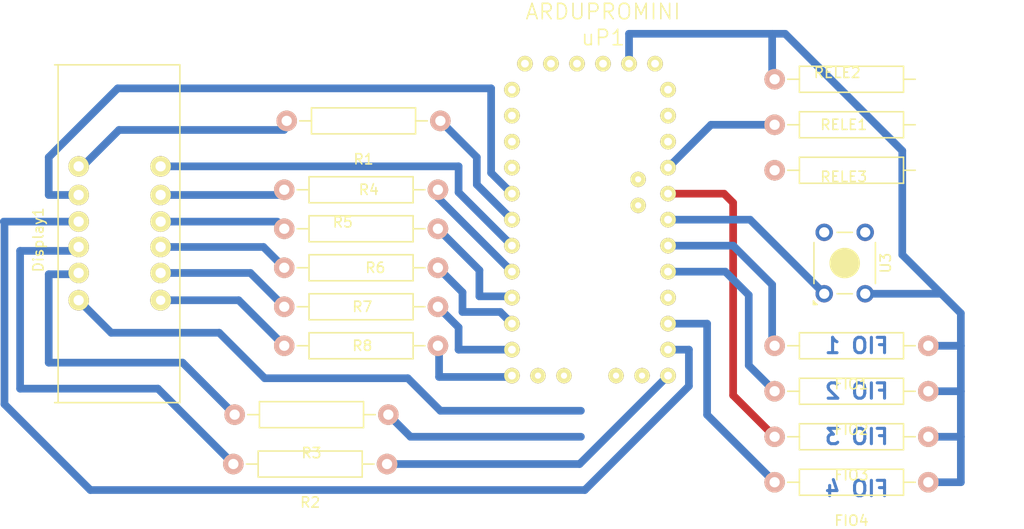
<source format=kicad_pcb>
(kicad_pcb (version 4) (host pcbnew 4.0.1-stable)

  (general
    (links 33)
    (no_connects 3)
    (area 0 0 0 0)
    (thickness 1.6)
    (drawings 17)
    (tracks 106)
    (zones 0)
    (modules 18)
    (nets 47)
  )

  (page A4)
  (layers
    (0 F.Cu signal)
    (31 B.Cu signal)
    (32 B.Adhes user)
    (33 F.Adhes user)
    (34 B.Paste user)
    (35 F.Paste user)
    (36 B.SilkS user)
    (37 F.SilkS user)
    (38 B.Mask user)
    (39 F.Mask user)
    (40 Dwgs.User user)
    (41 Cmts.User user)
    (42 Eco1.User user)
    (43 Eco2.User user)
    (44 Edge.Cuts user)
    (45 Margin user)
    (46 B.CrtYd user)
    (47 F.CrtYd user)
    (48 B.Fab user)
    (49 F.Fab user)
  )

  (setup
    (last_trace_width 0.75)
    (trace_clearance 0.2)
    (zone_clearance 0.508)
    (zone_45_only yes)
    (trace_min 0.2)
    (segment_width 0.2)
    (edge_width 0.15)
    (via_size 0.6)
    (via_drill 0.4)
    (via_min_size 0.4)
    (via_min_drill 0.3)
    (uvia_size 0.3)
    (uvia_drill 0.1)
    (uvias_allowed no)
    (uvia_min_size 0.2)
    (uvia_min_drill 0.1)
    (pcb_text_width 0.3)
    (pcb_text_size 1.5 1.5)
    (mod_edge_width 0.15)
    (mod_text_size 1 1)
    (mod_text_width 0.15)
    (pad_size 2.032 2.032)
    (pad_drill 0.9144)
    (pad_to_mask_clearance 0.2)
    (aux_axis_origin 0 0)
    (visible_elements 7FFFFFFF)
    (pcbplotparams
      (layerselection 0x00030_80000001)
      (usegerberextensions false)
      (excludeedgelayer true)
      (linewidth 0.100000)
      (plotframeref false)
      (viasonmask false)
      (mode 1)
      (useauxorigin false)
      (hpglpennumber 1)
      (hpglpenspeed 20)
      (hpglpendiameter 15)
      (hpglpenoverlay 2)
      (psnegative false)
      (psa4output false)
      (plotreference true)
      (plotvalue true)
      (plotinvisibletext false)
      (padsonsilk false)
      (subtractmaskfromsilk false)
      (outputformat 2)
      (mirror false)
      (drillshape 0)
      (scaleselection 1)
      (outputdirectory ""))
  )

  (net 0 "")
  (net 1 "Net-(Display1-Pad1)")
  (net 2 "Net-(Display1-Pad2)")
  (net 3 "Net-(Display1-Pad3)")
  (net 4 "Net-(Display1-Pad4)")
  (net 5 "Net-(Display1-Pad5)")
  (net 6 "Net-(Display1-Pad6)")
  (net 7 "Net-(Display1-Pad9)")
  (net 8 "Net-(Display1-Pad8)")
  (net 9 "Net-(Display1-Pad12)")
  (net 10 "Net-(Display1-Pad11)")
  (net 11 "Net-(Display1-Pad7)")
  (net 12 "Net-(Display1-Pad10)")
  (net 13 "Net-(R1-Pad1)")
  (net 14 "Net-(R2-Pad1)")
  (net 15 "Net-(R3-Pad1)")
  (net 16 "Net-(R4-Pad2)")
  (net 17 "Net-(R5-Pad2)")
  (net 18 "Net-(R6-Pad2)")
  (net 19 "Net-(R7-Pad2)")
  (net 20 "Net-(R8-Pad2)")
  (net 21 "Net-(U3-Pad4)")
  (net 22 "Net-(U3-Pad2)")
  (net 23 "Net-(U3-Pad1)")
  (net 24 "Net-(uP1-Pad1)")
  (net 25 "Net-(uP1-Pad2)")
  (net 26 "Net-(uP1-Pad3)")
  (net 27 "Net-(uP1-Pad4)")
  (net 28 "Net-(uP1-Pad6)")
  (net 29 "Net-(uP1-Pad7)")
  (net 30 "Net-(uP1-Pad8)")
  (net 31 "Net-(uP1-Pad9)")
  (net 32 +9VA)
  (net 33 "Net-(uP1-Pad20)")
  (net 34 "Net-(uP1-Pad21)")
  (net 35 "Net-(uP1-Pad33)")
  (net 36 "Net-(uP1-Pad34)")
  (net 37 "Net-(FIO1-Pad1)")
  (net 38 "Net-(FIO1-Pad2)")
  (net 39 "Net-(FIO2-Pad2)")
  (net 40 "Net-(FIO3-Pad2)")
  (net 41 "Net-(FIO4-Pad2)")
  (net 42 "Net-(RELE1-Pad2)")
  (net 43 "Net-(RELE3-Pad2)")
  (net 44 "Net-(uP1-Pad10)")
  (net 45 "Net-(uP1-Pad36)")
  (net 46 "Net-(uP1-Pad35)")

  (net_class Default "Esta é a classe de net default."
    (clearance 0.2)
    (trace_width 0.75)
    (via_dia 0.6)
    (via_drill 0.4)
    (uvia_dia 0.3)
    (uvia_drill 0.1)
    (add_net +9VA)
    (add_net "Net-(Display1-Pad1)")
    (add_net "Net-(Display1-Pad10)")
    (add_net "Net-(Display1-Pad11)")
    (add_net "Net-(Display1-Pad12)")
    (add_net "Net-(Display1-Pad2)")
    (add_net "Net-(Display1-Pad3)")
    (add_net "Net-(Display1-Pad4)")
    (add_net "Net-(Display1-Pad5)")
    (add_net "Net-(Display1-Pad6)")
    (add_net "Net-(Display1-Pad7)")
    (add_net "Net-(Display1-Pad8)")
    (add_net "Net-(Display1-Pad9)")
    (add_net "Net-(FIO1-Pad1)")
    (add_net "Net-(FIO1-Pad2)")
    (add_net "Net-(FIO2-Pad2)")
    (add_net "Net-(FIO3-Pad2)")
    (add_net "Net-(FIO4-Pad2)")
    (add_net "Net-(R1-Pad1)")
    (add_net "Net-(R2-Pad1)")
    (add_net "Net-(R3-Pad1)")
    (add_net "Net-(R4-Pad2)")
    (add_net "Net-(R5-Pad2)")
    (add_net "Net-(R6-Pad2)")
    (add_net "Net-(R7-Pad2)")
    (add_net "Net-(R8-Pad2)")
    (add_net "Net-(RELE1-Pad2)")
    (add_net "Net-(RELE3-Pad2)")
    (add_net "Net-(U3-Pad1)")
    (add_net "Net-(U3-Pad2)")
    (add_net "Net-(U3-Pad4)")
    (add_net "Net-(uP1-Pad1)")
    (add_net "Net-(uP1-Pad10)")
    (add_net "Net-(uP1-Pad2)")
    (add_net "Net-(uP1-Pad20)")
    (add_net "Net-(uP1-Pad21)")
    (add_net "Net-(uP1-Pad3)")
    (add_net "Net-(uP1-Pad33)")
    (add_net "Net-(uP1-Pad34)")
    (add_net "Net-(uP1-Pad35)")
    (add_net "Net-(uP1-Pad36)")
    (add_net "Net-(uP1-Pad4)")
    (add_net "Net-(uP1-Pad6)")
    (add_net "Net-(uP1-Pad7)")
    (add_net "Net-(uP1-Pad8)")
    (add_net "Net-(uP1-Pad9)")
  )

  (module Buttons_Switches_ThroughHole:SW_TH_Tactile_Omron_B3F-10xx (layer F.Cu) (tedit 563F14D4) (tstamp 56BA04A9)
    (at 177.8 95.885 90)
    (descr SW_TH_Tactile_Omron_B3F-10xx)
    (tags "Omron B3F-10xx")
    (path /56B77F9A)
    (fp_text reference U3 (at 3 6 90) (layer F.SilkS)
      (effects (font (size 1 1) (thickness 0.15)))
    )
    (fp_text value botao (at 2.95 -2.05 90) (layer F.Fab)
      (effects (font (size 1 1) (thickness 0.15)))
    )
    (fp_line (start -0.95 -1) (end -0.95 -0.9) (layer F.SilkS) (width 0.15))
    (fp_line (start -1.05 -1.05) (end -0.7 -1.05) (layer F.SilkS) (width 0.15))
    (fp_arc (start 0 0) (end -1.05 -0.7) (angle 22.61986495) (layer F.SilkS) (width 0.15))
    (fp_line (start -1.05 -1.05) (end -1.05 -0.7) (layer F.SilkS) (width 0.15))
    (fp_line (start 7.15 -1.15) (end 0.45 -1.15) (layer F.CrtYd) (width 0.05))
    (fp_line (start 7.15 5.15) (end 7.15 -1.15) (layer F.CrtYd) (width 0.05))
    (fp_line (start -1.15 5.15) (end 7.15 5.15) (layer F.CrtYd) (width 0.05))
    (fp_line (start -1.15 0) (end -1.15 5.15) (layer F.CrtYd) (width 0.05))
    (fp_line (start -1.15 -1.15) (end 0.45 -1.15) (layer F.CrtYd) (width 0.05))
    (fp_line (start -1.15 0) (end -1.15 -1.15) (layer F.CrtYd) (width 0.05))
    (fp_circle (center 3 2) (end 4 3) (layer F.SilkS) (width 0.15))
    (fp_line (start 1 5) (end 5 5) (layer F.SilkS) (width 0.15))
    (fp_line (start 1 -1) (end 5 -1) (layer F.SilkS) (width 0.15))
    (fp_line (start 0 2.75) (end 0 1.25) (layer F.SilkS) (width 0.15))
    (fp_line (start 6 1.25) (end 6 2.75) (layer F.SilkS) (width 0.15))
    (fp_line (start 0 2) (end 0 2) (layer F.SilkS) (width 0))
    (fp_line (start 5 5) (end 1 5) (layer F.SilkS) (width 0))
    (fp_line (start 5 -1) (end 1 -1) (layer F.SilkS) (width 0))
    (fp_line (start 6 2) (end 6 2) (layer F.SilkS) (width 0))
    (fp_circle (center 3 2) (end 4 3) (layer F.SilkS) (width 0))
    (pad 4 thru_hole circle (at 6 4 90) (size 1.7 1.7) (drill 1) (layers *.Cu *.Mask)
      (net 21 "Net-(U3-Pad4)"))
    (pad 3 thru_hole circle (at 0 4 90) (size 1.7 1.7) (drill 1) (layers *.Cu *.Mask)
      (net 37 "Net-(FIO1-Pad1)"))
    (pad 2 thru_hole circle (at 6 0 90) (size 1.7 1.7) (drill 1) (layers *.Cu *.Mask)
      (net 22 "Net-(U3-Pad2)"))
    (pad 1 thru_hole circle (at 0 0 90) (size 1.7 1.7) (drill 1) (layers *.Cu *.Mask)
      (net 23 "Net-(U3-Pad1)"))
  )

  (module Resistors_ThroughHole:Resistor_Horizontal_RM15mm (layer F.Cu) (tedit 56BACD2E) (tstamp 56BA04A1)
    (at 187.96 83.82 180)
    (descr "Resistor, Axial, RM 15mm,")
    (tags "Resistor Axial RM 15mm")
    (path /56BA10BA)
    (fp_text reference RELE3 (at 8.255 -0.635 180) (layer F.SilkS)
      (effects (font (size 1 1) (thickness 0.15)))
    )
    (fp_text value R (at 7.5 4.0005 180) (layer F.Fab)
      (effects (font (size 1 1) (thickness 0.15)))
    )
    (fp_line (start -1.25 1.5) (end -1.25 -1.5) (layer F.CrtYd) (width 0.05))
    (fp_line (start -1.25 -1.5) (end 16.25 -1.5) (layer F.CrtYd) (width 0.05))
    (fp_line (start 16.25 -1.5) (end 16.25 1.5) (layer F.CrtYd) (width 0.05))
    (fp_line (start 16.25 1.5) (end -1.25 1.5) (layer F.CrtYd) (width 0.05))
    (fp_line (start 2.42 -1.27) (end 2.42 1.27) (layer F.SilkS) (width 0.15))
    (fp_line (start 2.42 1.27) (end 12.58 1.27) (layer F.SilkS) (width 0.15))
    (fp_line (start 12.58 1.27) (end 12.58 -1.27) (layer F.SilkS) (width 0.15))
    (fp_line (start 12.58 -1.27) (end 2.42 -1.27) (layer F.SilkS) (width 0.15))
    (fp_line (start 13.73 0) (end 12.58 0) (layer F.SilkS) (width 0.15))
    (fp_line (start 1.27 0) (end 2.42 0) (layer F.SilkS) (width 0.15))
    (pad 2 thru_hole circle (at 15 0 180) (size 1.99898 1.99898) (drill 1.00076) (layers *.Cu *.SilkS *.Mask)
      (net 43 "Net-(RELE3-Pad2)"))
    (model Resistors_ThroughHole.3dshapes/Resistor_Horizontal_RM15mm.wrl
      (at (xyz 0 0 0))
      (scale (xyz 0.4 0.4 0.4))
      (rotate (xyz 0 0 0))
    )
  )

  (module Resistors_ThroughHole:Resistor_Horizontal_RM15mm (layer F.Cu) (tedit 56BACD26) (tstamp 56BA049B)
    (at 187.96 74.93 180)
    (descr "Resistor, Axial, RM 15mm,")
    (tags "Resistor Axial RM 15mm")
    (path /56BA1021)
    (fp_text reference RELE2 (at 8.89 0.635 180) (layer F.SilkS)
      (effects (font (size 1 1) (thickness 0.15)))
    )
    (fp_text value R (at 7.5 4.0005 180) (layer F.Fab)
      (effects (font (size 1 1) (thickness 0.15)))
    )
    (fp_line (start -1.25 1.5) (end -1.25 -1.5) (layer F.CrtYd) (width 0.05))
    (fp_line (start -1.25 -1.5) (end 16.25 -1.5) (layer F.CrtYd) (width 0.05))
    (fp_line (start 16.25 -1.5) (end 16.25 1.5) (layer F.CrtYd) (width 0.05))
    (fp_line (start 16.25 1.5) (end -1.25 1.5) (layer F.CrtYd) (width 0.05))
    (fp_line (start 2.42 -1.27) (end 2.42 1.27) (layer F.SilkS) (width 0.15))
    (fp_line (start 2.42 1.27) (end 12.58 1.27) (layer F.SilkS) (width 0.15))
    (fp_line (start 12.58 1.27) (end 12.58 -1.27) (layer F.SilkS) (width 0.15))
    (fp_line (start 12.58 -1.27) (end 2.42 -1.27) (layer F.SilkS) (width 0.15))
    (fp_line (start 13.73 0) (end 12.58 0) (layer F.SilkS) (width 0.15))
    (fp_line (start 1.27 0) (end 2.42 0) (layer F.SilkS) (width 0.15))
    (pad 2 thru_hole circle (at 15 0 180) (size 1.99898 1.99898) (drill 1.00076) (layers *.Cu *.SilkS *.Mask)
      (net 37 "Net-(FIO1-Pad1)"))
    (model Resistors_ThroughHole.3dshapes/Resistor_Horizontal_RM15mm.wrl
      (at (xyz 0 0 0))
      (scale (xyz 0.4 0.4 0.4))
      (rotate (xyz 0 0 0))
    )
  )

  (module Resistors_ThroughHole:Resistor_Horizontal_RM15mm (layer F.Cu) (tedit 56BACD2A) (tstamp 56BA0495)
    (at 187.96 79.375 180)
    (descr "Resistor, Axial, RM 15mm,")
    (tags "Resistor Axial RM 15mm")
    (path /56BA0F4B)
    (fp_text reference RELE1 (at 8.255 0 180) (layer F.SilkS)
      (effects (font (size 1 1) (thickness 0.15)))
    )
    (fp_text value R (at 7.5 4.0005 180) (layer F.Fab)
      (effects (font (size 1 1) (thickness 0.15)))
    )
    (fp_line (start -1.25 1.5) (end -1.25 -1.5) (layer F.CrtYd) (width 0.05))
    (fp_line (start -1.25 -1.5) (end 16.25 -1.5) (layer F.CrtYd) (width 0.05))
    (fp_line (start 16.25 -1.5) (end 16.25 1.5) (layer F.CrtYd) (width 0.05))
    (fp_line (start 16.25 1.5) (end -1.25 1.5) (layer F.CrtYd) (width 0.05))
    (fp_line (start 2.42 -1.27) (end 2.42 1.27) (layer F.SilkS) (width 0.15))
    (fp_line (start 2.42 1.27) (end 12.58 1.27) (layer F.SilkS) (width 0.15))
    (fp_line (start 12.58 1.27) (end 12.58 -1.27) (layer F.SilkS) (width 0.15))
    (fp_line (start 12.58 -1.27) (end 2.42 -1.27) (layer F.SilkS) (width 0.15))
    (fp_line (start 13.73 0) (end 12.58 0) (layer F.SilkS) (width 0.15))
    (fp_line (start 1.27 0) (end 2.42 0) (layer F.SilkS) (width 0.15))
    (pad 2 thru_hole circle (at 15 0 180) (size 1.99898 1.99898) (drill 1.00076) (layers *.Cu *.SilkS *.Mask)
      (net 42 "Net-(RELE1-Pad2)"))
    (model Resistors_ThroughHole.3dshapes/Resistor_Horizontal_RM15mm.wrl
      (at (xyz 0 0 0))
      (scale (xyz 0.4 0.4 0.4))
      (rotate (xyz 0 0 0))
    )
  )

  (module Resistors_ThroughHole:Resistor_Horizontal_RM15mm (layer F.Cu) (tedit 569FCEE8) (tstamp 56B8E9A4)
    (at 187.96 114.3 180)
    (descr "Resistor, Axial, RM 15mm,")
    (tags "Resistor Axial RM 15mm")
    (path /56B8E7DC)
    (fp_text reference FIO4 (at 7.5 -3.74904 180) (layer F.SilkS)
      (effects (font (size 1 1) (thickness 0.15)))
    )
    (fp_text value R (at 7.5 4.0005 180) (layer F.Fab)
      (effects (font (size 1 1) (thickness 0.15)))
    )
    (fp_line (start -1.25 1.5) (end -1.25 -1.5) (layer F.CrtYd) (width 0.05))
    (fp_line (start -1.25 -1.5) (end 16.25 -1.5) (layer F.CrtYd) (width 0.05))
    (fp_line (start 16.25 -1.5) (end 16.25 1.5) (layer F.CrtYd) (width 0.05))
    (fp_line (start 16.25 1.5) (end -1.25 1.5) (layer F.CrtYd) (width 0.05))
    (fp_line (start 2.42 -1.27) (end 2.42 1.27) (layer F.SilkS) (width 0.15))
    (fp_line (start 2.42 1.27) (end 12.58 1.27) (layer F.SilkS) (width 0.15))
    (fp_line (start 12.58 1.27) (end 12.58 -1.27) (layer F.SilkS) (width 0.15))
    (fp_line (start 12.58 -1.27) (end 2.42 -1.27) (layer F.SilkS) (width 0.15))
    (fp_line (start 13.73 0) (end 12.58 0) (layer F.SilkS) (width 0.15))
    (fp_line (start 1.27 0) (end 2.42 0) (layer F.SilkS) (width 0.15))
    (pad 1 thru_hole circle (at 0 0 180) (size 1.99898 1.99898) (drill 1.00076) (layers *.Cu *.SilkS *.Mask)
      (net 37 "Net-(FIO1-Pad1)"))
    (pad 2 thru_hole circle (at 15 0 180) (size 1.99898 1.99898) (drill 1.00076) (layers *.Cu *.SilkS *.Mask)
      (net 41 "Net-(FIO4-Pad2)"))
    (model Resistors_ThroughHole.3dshapes/Resistor_Horizontal_RM15mm.wrl
      (at (xyz 0 0 0))
      (scale (xyz 0.4 0.4 0.4))
      (rotate (xyz 0 0 0))
    )
  )

  (module Resistors_ThroughHole:Resistor_Horizontal_RM15mm (layer F.Cu) (tedit 569FCEE8) (tstamp 56B8E99E)
    (at 187.96 109.855 180)
    (descr "Resistor, Axial, RM 15mm,")
    (tags "Resistor Axial RM 15mm")
    (path /56B8CAE5)
    (fp_text reference FIO3 (at 7.5 -3.74904 180) (layer F.SilkS)
      (effects (font (size 1 1) (thickness 0.15)))
    )
    (fp_text value R (at 7.5 4.0005 180) (layer F.Fab)
      (effects (font (size 1 1) (thickness 0.15)))
    )
    (fp_line (start -1.25 1.5) (end -1.25 -1.5) (layer F.CrtYd) (width 0.05))
    (fp_line (start -1.25 -1.5) (end 16.25 -1.5) (layer F.CrtYd) (width 0.05))
    (fp_line (start 16.25 -1.5) (end 16.25 1.5) (layer F.CrtYd) (width 0.05))
    (fp_line (start 16.25 1.5) (end -1.25 1.5) (layer F.CrtYd) (width 0.05))
    (fp_line (start 2.42 -1.27) (end 2.42 1.27) (layer F.SilkS) (width 0.15))
    (fp_line (start 2.42 1.27) (end 12.58 1.27) (layer F.SilkS) (width 0.15))
    (fp_line (start 12.58 1.27) (end 12.58 -1.27) (layer F.SilkS) (width 0.15))
    (fp_line (start 12.58 -1.27) (end 2.42 -1.27) (layer F.SilkS) (width 0.15))
    (fp_line (start 13.73 0) (end 12.58 0) (layer F.SilkS) (width 0.15))
    (fp_line (start 1.27 0) (end 2.42 0) (layer F.SilkS) (width 0.15))
    (pad 1 thru_hole circle (at 0 0 180) (size 1.99898 1.99898) (drill 1.00076) (layers *.Cu *.SilkS *.Mask)
      (net 37 "Net-(FIO1-Pad1)"))
    (pad 2 thru_hole circle (at 15 0 180) (size 1.99898 1.99898) (drill 1.00076) (layers *.Cu *.SilkS *.Mask)
      (net 40 "Net-(FIO3-Pad2)"))
    (model Resistors_ThroughHole.3dshapes/Resistor_Horizontal_RM15mm.wrl
      (at (xyz 0 0 0))
      (scale (xyz 0.4 0.4 0.4))
      (rotate (xyz 0 0 0))
    )
  )

  (module Resistors_ThroughHole:Resistor_Horizontal_RM15mm (layer F.Cu) (tedit 569FCEE8) (tstamp 56B8E998)
    (at 187.96 105.41 180)
    (descr "Resistor, Axial, RM 15mm,")
    (tags "Resistor Axial RM 15mm")
    (path /56B8C8B9)
    (fp_text reference FIO2 (at 7.5 -3.74904 180) (layer F.SilkS)
      (effects (font (size 1 1) (thickness 0.15)))
    )
    (fp_text value R (at 7.5 4.0005 180) (layer F.Fab)
      (effects (font (size 1 1) (thickness 0.15)))
    )
    (fp_line (start -1.25 1.5) (end -1.25 -1.5) (layer F.CrtYd) (width 0.05))
    (fp_line (start -1.25 -1.5) (end 16.25 -1.5) (layer F.CrtYd) (width 0.05))
    (fp_line (start 16.25 -1.5) (end 16.25 1.5) (layer F.CrtYd) (width 0.05))
    (fp_line (start 16.25 1.5) (end -1.25 1.5) (layer F.CrtYd) (width 0.05))
    (fp_line (start 2.42 -1.27) (end 2.42 1.27) (layer F.SilkS) (width 0.15))
    (fp_line (start 2.42 1.27) (end 12.58 1.27) (layer F.SilkS) (width 0.15))
    (fp_line (start 12.58 1.27) (end 12.58 -1.27) (layer F.SilkS) (width 0.15))
    (fp_line (start 12.58 -1.27) (end 2.42 -1.27) (layer F.SilkS) (width 0.15))
    (fp_line (start 13.73 0) (end 12.58 0) (layer F.SilkS) (width 0.15))
    (fp_line (start 1.27 0) (end 2.42 0) (layer F.SilkS) (width 0.15))
    (pad 1 thru_hole circle (at 0 0 180) (size 1.99898 1.99898) (drill 1.00076) (layers *.Cu *.SilkS *.Mask)
      (net 37 "Net-(FIO1-Pad1)"))
    (pad 2 thru_hole circle (at 15 0 180) (size 1.99898 1.99898) (drill 1.00076) (layers *.Cu *.SilkS *.Mask)
      (net 39 "Net-(FIO2-Pad2)"))
    (model Resistors_ThroughHole.3dshapes/Resistor_Horizontal_RM15mm.wrl
      (at (xyz 0 0 0))
      (scale (xyz 0.4 0.4 0.4))
      (rotate (xyz 0 0 0))
    )
  )

  (module Resistors_ThroughHole:Resistor_Horizontal_RM15mm (layer F.Cu) (tedit 569FCEE8) (tstamp 56B8E992)
    (at 187.96 100.965 180)
    (descr "Resistor, Axial, RM 15mm,")
    (tags "Resistor Axial RM 15mm")
    (path /56B8CB49)
    (fp_text reference FIO1 (at 7.5 -3.74904 180) (layer F.SilkS)
      (effects (font (size 1 1) (thickness 0.15)))
    )
    (fp_text value R (at 7.5 4.0005 180) (layer F.Fab)
      (effects (font (size 1 1) (thickness 0.15)))
    )
    (fp_line (start -1.25 1.5) (end -1.25 -1.5) (layer F.CrtYd) (width 0.05))
    (fp_line (start -1.25 -1.5) (end 16.25 -1.5) (layer F.CrtYd) (width 0.05))
    (fp_line (start 16.25 -1.5) (end 16.25 1.5) (layer F.CrtYd) (width 0.05))
    (fp_line (start 16.25 1.5) (end -1.25 1.5) (layer F.CrtYd) (width 0.05))
    (fp_line (start 2.42 -1.27) (end 2.42 1.27) (layer F.SilkS) (width 0.15))
    (fp_line (start 2.42 1.27) (end 12.58 1.27) (layer F.SilkS) (width 0.15))
    (fp_line (start 12.58 1.27) (end 12.58 -1.27) (layer F.SilkS) (width 0.15))
    (fp_line (start 12.58 -1.27) (end 2.42 -1.27) (layer F.SilkS) (width 0.15))
    (fp_line (start 13.73 0) (end 12.58 0) (layer F.SilkS) (width 0.15))
    (fp_line (start 1.27 0) (end 2.42 0) (layer F.SilkS) (width 0.15))
    (pad 1 thru_hole circle (at 0 0 180) (size 1.99898 1.99898) (drill 1.00076) (layers *.Cu *.SilkS *.Mask)
      (net 37 "Net-(FIO1-Pad1)"))
    (pad 2 thru_hole circle (at 15 0 180) (size 1.99898 1.99898) (drill 1.00076) (layers *.Cu *.SilkS *.Mask)
      (net 38 "Net-(FIO1-Pad2)"))
    (model Resistors_ThroughHole.3dshapes/Resistor_Horizontal_RM15mm.wrl
      (at (xyz 0 0 0))
      (scale (xyz 0.4 0.4 0.4))
      (rotate (xyz 0 0 0))
    )
  )

  (module Resistors_ThroughHole:Resistor_Horizontal_RM15mm (layer F.Cu) (tedit 56BAACF2) (tstamp 56B8A42D)
    (at 125.095 93.345)
    (descr "Resistor, Axial, RM 15mm,")
    (tags "Resistor Axial RM 15mm")
    (path /56B77B1E)
    (fp_text reference R6 (at 8.89 0) (layer F.SilkS)
      (effects (font (size 1 1) (thickness 0.15)))
    )
    (fp_text value 330 (at 7.5 4.0005) (layer F.Fab)
      (effects (font (size 1 1) (thickness 0.15)))
    )
    (fp_line (start -1.25 1.5) (end -1.25 -1.5) (layer F.CrtYd) (width 0.05))
    (fp_line (start -1.25 -1.5) (end 16.25 -1.5) (layer F.CrtYd) (width 0.05))
    (fp_line (start 16.25 -1.5) (end 16.25 1.5) (layer F.CrtYd) (width 0.05))
    (fp_line (start 16.25 1.5) (end -1.25 1.5) (layer F.CrtYd) (width 0.05))
    (fp_line (start 2.42 -1.27) (end 2.42 1.27) (layer F.SilkS) (width 0.15))
    (fp_line (start 2.42 1.27) (end 12.58 1.27) (layer F.SilkS) (width 0.15))
    (fp_line (start 12.58 1.27) (end 12.58 -1.27) (layer F.SilkS) (width 0.15))
    (fp_line (start 12.58 -1.27) (end 2.42 -1.27) (layer F.SilkS) (width 0.15))
    (fp_line (start 13.73 0) (end 12.58 0) (layer F.SilkS) (width 0.15))
    (fp_line (start 1.27 0) (end 2.42 0) (layer F.SilkS) (width 0.15))
    (pad 1 thru_hole circle (at 0 0) (size 1.99898 1.99898) (drill 1.00076) (layers *.Cu *.SilkS *.Mask)
      (net 3 "Net-(Display1-Pad3)"))
    (pad 2 thru_hole circle (at 15 0) (size 1.99898 1.99898) (drill 1.00076) (layers *.Cu *.SilkS *.Mask)
      (net 18 "Net-(R6-Pad2)"))
    (model Resistors_ThroughHole.3dshapes/Resistor_Horizontal_RM15mm.wrl
      (at (xyz 0 0 0))
      (scale (xyz 0.4 0.4 0.4))
      (rotate (xyz 0 0 0))
    )
  )

  (module Resistors_ThroughHole:Resistor_Horizontal_RM15mm (layer F.Cu) (tedit 56BAADBB) (tstamp 56B8A427)
    (at 125.095 89.535)
    (descr "Resistor, Axial, RM 15mm,")
    (tags "Resistor Axial RM 15mm")
    (path /56B77B24)
    (fp_text reference R5 (at 5.715 -0.635) (layer F.SilkS)
      (effects (font (size 1 1) (thickness 0.15)))
    )
    (fp_text value 330 (at 9.525 0) (layer F.Fab)
      (effects (font (size 1 1) (thickness 0.15)))
    )
    (fp_line (start -1.25 1.5) (end -1.25 -1.5) (layer F.CrtYd) (width 0.05))
    (fp_line (start -1.25 -1.5) (end 16.25 -1.5) (layer F.CrtYd) (width 0.05))
    (fp_line (start 16.25 -1.5) (end 16.25 1.5) (layer F.CrtYd) (width 0.05))
    (fp_line (start 16.25 1.5) (end -1.25 1.5) (layer F.CrtYd) (width 0.05))
    (fp_line (start 2.42 -1.27) (end 2.42 1.27) (layer F.SilkS) (width 0.15))
    (fp_line (start 2.42 1.27) (end 12.58 1.27) (layer F.SilkS) (width 0.15))
    (fp_line (start 12.58 1.27) (end 12.58 -1.27) (layer F.SilkS) (width 0.15))
    (fp_line (start 12.58 -1.27) (end 2.42 -1.27) (layer F.SilkS) (width 0.15))
    (fp_line (start 13.73 0) (end 12.58 0) (layer F.SilkS) (width 0.15))
    (fp_line (start 1.27 0) (end 2.42 0) (layer F.SilkS) (width 0.15))
    (pad 1 thru_hole circle (at 0 0) (size 1.99898 1.99898) (drill 1.00076) (layers *.Cu *.SilkS *.Mask)
      (net 4 "Net-(Display1-Pad4)"))
    (pad 2 thru_hole circle (at 15 0) (size 1.99898 1.99898) (drill 1.00076) (layers *.Cu *.SilkS *.Mask)
      (net 17 "Net-(R5-Pad2)"))
    (model Resistors_ThroughHole.3dshapes/Resistor_Horizontal_RM15mm.wrl
      (at (xyz 0 0 0))
      (scale (xyz 0.4 0.4 0.4))
      (rotate (xyz 0 0 0))
    )
  )

  (module Resistors_ThroughHole:Resistor_Horizontal_RM15mm (layer F.Cu) (tedit 56BAADC2) (tstamp 56B8A421)
    (at 125.095 85.725)
    (descr "Resistor, Axial, RM 15mm,")
    (tags "Resistor Axial RM 15mm")
    (path /56B77B67)
    (fp_text reference R4 (at 8.255 0) (layer F.SilkS)
      (effects (font (size 1 1) (thickness 0.15)))
    )
    (fp_text value 330 (at 7.62 0) (layer F.Fab)
      (effects (font (size 1 1) (thickness 0.15)))
    )
    (fp_line (start -1.25 1.5) (end -1.25 -1.5) (layer F.CrtYd) (width 0.05))
    (fp_line (start -1.25 -1.5) (end 16.25 -1.5) (layer F.CrtYd) (width 0.05))
    (fp_line (start 16.25 -1.5) (end 16.25 1.5) (layer F.CrtYd) (width 0.05))
    (fp_line (start 16.25 1.5) (end -1.25 1.5) (layer F.CrtYd) (width 0.05))
    (fp_line (start 2.42 -1.27) (end 2.42 1.27) (layer F.SilkS) (width 0.15))
    (fp_line (start 2.42 1.27) (end 12.58 1.27) (layer F.SilkS) (width 0.15))
    (fp_line (start 12.58 1.27) (end 12.58 -1.27) (layer F.SilkS) (width 0.15))
    (fp_line (start 12.58 -1.27) (end 2.42 -1.27) (layer F.SilkS) (width 0.15))
    (fp_line (start 13.73 0) (end 12.58 0) (layer F.SilkS) (width 0.15))
    (fp_line (start 1.27 0) (end 2.42 0) (layer F.SilkS) (width 0.15))
    (pad 1 thru_hole circle (at 0 0) (size 1.99898 1.99898) (drill 1.00076) (layers *.Cu *.SilkS *.Mask)
      (net 5 "Net-(Display1-Pad5)"))
    (pad 2 thru_hole circle (at 15 0) (size 1.99898 1.99898) (drill 1.00076) (layers *.Cu *.SilkS *.Mask)
      (net 16 "Net-(R4-Pad2)"))
    (model Resistors_ThroughHole.3dshapes/Resistor_Horizontal_RM15mm.wrl
      (at (xyz 0 0 0))
      (scale (xyz 0.4 0.4 0.4))
      (rotate (xyz 0 0 0))
    )
  )

  (module Resistors_ThroughHole:Resistor_Horizontal_RM15mm (layer F.Cu) (tedit 56BAADB1) (tstamp 56B8A433)
    (at 125.095 97.155)
    (descr "Resistor, Axial, RM 15mm,")
    (tags "Resistor Axial RM 15mm")
    (path /56B77A22)
    (fp_text reference R7 (at 7.62 0) (layer F.SilkS)
      (effects (font (size 1 1) (thickness 0.15)))
    )
    (fp_text value 330 (at 7.5 4.0005) (layer F.Fab)
      (effects (font (size 1 1) (thickness 0.15)))
    )
    (fp_line (start -1.25 1.5) (end -1.25 -1.5) (layer F.CrtYd) (width 0.05))
    (fp_line (start -1.25 -1.5) (end 16.25 -1.5) (layer F.CrtYd) (width 0.05))
    (fp_line (start 16.25 -1.5) (end 16.25 1.5) (layer F.CrtYd) (width 0.05))
    (fp_line (start 16.25 1.5) (end -1.25 1.5) (layer F.CrtYd) (width 0.05))
    (fp_line (start 2.42 -1.27) (end 2.42 1.27) (layer F.SilkS) (width 0.15))
    (fp_line (start 2.42 1.27) (end 12.58 1.27) (layer F.SilkS) (width 0.15))
    (fp_line (start 12.58 1.27) (end 12.58 -1.27) (layer F.SilkS) (width 0.15))
    (fp_line (start 12.58 -1.27) (end 2.42 -1.27) (layer F.SilkS) (width 0.15))
    (fp_line (start 13.73 0) (end 12.58 0) (layer F.SilkS) (width 0.15))
    (fp_line (start 1.27 0) (end 2.42 0) (layer F.SilkS) (width 0.15))
    (pad 1 thru_hole circle (at 0 0) (size 1.99898 1.99898) (drill 1.00076) (layers *.Cu *.SilkS *.Mask)
      (net 2 "Net-(Display1-Pad2)"))
    (pad 2 thru_hole circle (at 15 0) (size 1.99898 1.99898) (drill 1.00076) (layers *.Cu *.SilkS *.Mask)
      (net 19 "Net-(R7-Pad2)"))
    (model Resistors_ThroughHole.3dshapes/Resistor_Horizontal_RM15mm.wrl
      (at (xyz 0 0 0))
      (scale (xyz 0.4 0.4 0.4))
      (rotate (xyz 0 0 0))
    )
  )

  (module Resistors_ThroughHole:Resistor_Horizontal_RM15mm (layer F.Cu) (tedit 56BAADCC) (tstamp 56B8A439)
    (at 125.095 100.965)
    (descr "Resistor, Axial, RM 15mm,")
    (tags "Resistor Axial RM 15mm")
    (path /56B778A4)
    (fp_text reference R8 (at 7.62 0) (layer F.SilkS)
      (effects (font (size 1 1) (thickness 0.15)))
    )
    (fp_text value 330 (at 4.445 0) (layer F.Fab)
      (effects (font (size 1 1) (thickness 0.15)))
    )
    (fp_line (start -1.25 1.5) (end -1.25 -1.5) (layer F.CrtYd) (width 0.05))
    (fp_line (start -1.25 -1.5) (end 16.25 -1.5) (layer F.CrtYd) (width 0.05))
    (fp_line (start 16.25 -1.5) (end 16.25 1.5) (layer F.CrtYd) (width 0.05))
    (fp_line (start 16.25 1.5) (end -1.25 1.5) (layer F.CrtYd) (width 0.05))
    (fp_line (start 2.42 -1.27) (end 2.42 1.27) (layer F.SilkS) (width 0.15))
    (fp_line (start 2.42 1.27) (end 12.58 1.27) (layer F.SilkS) (width 0.15))
    (fp_line (start 12.58 1.27) (end 12.58 -1.27) (layer F.SilkS) (width 0.15))
    (fp_line (start 12.58 -1.27) (end 2.42 -1.27) (layer F.SilkS) (width 0.15))
    (fp_line (start 13.73 0) (end 12.58 0) (layer F.SilkS) (width 0.15))
    (fp_line (start 1.27 0) (end 2.42 0) (layer F.SilkS) (width 0.15))
    (pad 1 thru_hole circle (at 0 0) (size 1.99898 1.99898) (drill 1.00076) (layers *.Cu *.SilkS *.Mask)
      (net 1 "Net-(Display1-Pad1)"))
    (pad 2 thru_hole circle (at 15 0) (size 1.99898 1.99898) (drill 1.00076) (layers *.Cu *.SilkS *.Mask)
      (net 20 "Net-(R8-Pad2)"))
    (model Resistors_ThroughHole.3dshapes/Resistor_Horizontal_RM15mm.wrl
      (at (xyz 0 0 0))
      (scale (xyz 0.4 0.4 0.4))
      (rotate (xyz 0 0 0))
    )
  )

  (module Resistors_ThroughHole:Resistor_Horizontal_RM15mm (layer F.Cu) (tedit 56BAAFC1) (tstamp 56B8A40F)
    (at 140.335 78.994 180)
    (descr "Resistor, Axial, RM 15mm,")
    (tags "Resistor Axial RM 15mm")
    (path /56B7A02F)
    (fp_text reference R1 (at 7.5 -3.74904 180) (layer F.SilkS)
      (effects (font (size 1 1) (thickness 0.15)))
    )
    (fp_text value 330 (at 7.493 0 180) (layer F.Fab)
      (effects (font (size 1 1) (thickness 0.15)))
    )
    (fp_line (start -1.25 1.5) (end -1.25 -1.5) (layer F.CrtYd) (width 0.05))
    (fp_line (start -1.25 -1.5) (end 16.25 -1.5) (layer F.CrtYd) (width 0.05))
    (fp_line (start 16.25 -1.5) (end 16.25 1.5) (layer F.CrtYd) (width 0.05))
    (fp_line (start 16.25 1.5) (end -1.25 1.5) (layer F.CrtYd) (width 0.05))
    (fp_line (start 2.42 -1.27) (end 2.42 1.27) (layer F.SilkS) (width 0.15))
    (fp_line (start 2.42 1.27) (end 12.58 1.27) (layer F.SilkS) (width 0.15))
    (fp_line (start 12.58 1.27) (end 12.58 -1.27) (layer F.SilkS) (width 0.15))
    (fp_line (start 12.58 -1.27) (end 2.42 -1.27) (layer F.SilkS) (width 0.15))
    (fp_line (start 13.73 0) (end 12.58 0) (layer F.SilkS) (width 0.15))
    (fp_line (start 1.27 0) (end 2.42 0) (layer F.SilkS) (width 0.15))
    (pad 1 thru_hole circle (at 0 0 180) (size 1.99898 1.99898) (drill 1.00076) (layers *.Cu *.SilkS *.Mask)
      (net 13 "Net-(R1-Pad1)"))
    (pad 2 thru_hole circle (at 15 0 180) (size 1.99898 1.99898) (drill 1.00076) (layers *.Cu *.SilkS *.Mask)
      (net 11 "Net-(Display1-Pad7)"))
    (model Resistors_ThroughHole.3dshapes/Resistor_Horizontal_RM15mm.wrl
      (at (xyz 0 0 0))
      (scale (xyz 0.4 0.4 0.4))
      (rotate (xyz 0 0 0))
    )
  )

  (module Resistors_ThroughHole:Resistor_Horizontal_RM15mm (layer F.Cu) (tedit 56BAB43C) (tstamp 56B8A41B)
    (at 135.255 107.696 180)
    (descr "Resistor, Axial, RM 15mm,")
    (tags "Resistor Axial RM 15mm")
    (path /56B7A023)
    (fp_text reference R3 (at 7.5 -3.74904 180) (layer F.SilkS)
      (effects (font (size 1 1) (thickness 0.15)))
    )
    (fp_text value 330 (at 5.08 0 180) (layer F.Fab)
      (effects (font (size 1 1) (thickness 0.15)))
    )
    (fp_line (start -1.25 1.5) (end -1.25 -1.5) (layer F.CrtYd) (width 0.05))
    (fp_line (start -1.25 -1.5) (end 16.25 -1.5) (layer F.CrtYd) (width 0.05))
    (fp_line (start 16.25 -1.5) (end 16.25 1.5) (layer F.CrtYd) (width 0.05))
    (fp_line (start 16.25 1.5) (end -1.25 1.5) (layer F.CrtYd) (width 0.05))
    (fp_line (start 2.42 -1.27) (end 2.42 1.27) (layer F.SilkS) (width 0.15))
    (fp_line (start 2.42 1.27) (end 12.58 1.27) (layer F.SilkS) (width 0.15))
    (fp_line (start 12.58 1.27) (end 12.58 -1.27) (layer F.SilkS) (width 0.15))
    (fp_line (start 12.58 -1.27) (end 2.42 -1.27) (layer F.SilkS) (width 0.15))
    (fp_line (start 13.73 0) (end 12.58 0) (layer F.SilkS) (width 0.15))
    (fp_line (start 1.27 0) (end 2.42 0) (layer F.SilkS) (width 0.15))
    (pad 1 thru_hole circle (at 0 0 180) (size 1.99898 1.99898) (drill 1.00076) (layers *.Cu *.SilkS *.Mask)
      (net 15 "Net-(R3-Pad1)"))
    (pad 2 thru_hole circle (at 15 0 180) (size 1.99898 1.99898) (drill 1.00076) (layers *.Cu *.SilkS *.Mask)
      (net 10 "Net-(Display1-Pad11)"))
    (model Resistors_ThroughHole.3dshapes/Resistor_Horizontal_RM15mm.wrl
      (at (xyz 0 0 0))
      (scale (xyz 0.4 0.4 0.4))
      (rotate (xyz 0 0 0))
    )
  )

  (module Resistors_ThroughHole:Resistor_Horizontal_RM15mm (layer F.Cu) (tedit 569FCEE8) (tstamp 56B8A415)
    (at 135.128 112.522 180)
    (descr "Resistor, Axial, RM 15mm,")
    (tags "Resistor Axial RM 15mm")
    (path /56B7A029)
    (fp_text reference R2 (at 7.5 -3.74904 180) (layer F.SilkS)
      (effects (font (size 1 1) (thickness 0.15)))
    )
    (fp_text value 330 (at 7.5 4.0005 180) (layer F.Fab)
      (effects (font (size 1 1) (thickness 0.15)))
    )
    (fp_line (start -1.25 1.5) (end -1.25 -1.5) (layer F.CrtYd) (width 0.05))
    (fp_line (start -1.25 -1.5) (end 16.25 -1.5) (layer F.CrtYd) (width 0.05))
    (fp_line (start 16.25 -1.5) (end 16.25 1.5) (layer F.CrtYd) (width 0.05))
    (fp_line (start 16.25 1.5) (end -1.25 1.5) (layer F.CrtYd) (width 0.05))
    (fp_line (start 2.42 -1.27) (end 2.42 1.27) (layer F.SilkS) (width 0.15))
    (fp_line (start 2.42 1.27) (end 12.58 1.27) (layer F.SilkS) (width 0.15))
    (fp_line (start 12.58 1.27) (end 12.58 -1.27) (layer F.SilkS) (width 0.15))
    (fp_line (start 12.58 -1.27) (end 2.42 -1.27) (layer F.SilkS) (width 0.15))
    (fp_line (start 13.73 0) (end 12.58 0) (layer F.SilkS) (width 0.15))
    (fp_line (start 1.27 0) (end 2.42 0) (layer F.SilkS) (width 0.15))
    (pad 1 thru_hole circle (at 0 0 180) (size 1.99898 1.99898) (drill 1.00076) (layers *.Cu *.SilkS *.Mask)
      (net 14 "Net-(R2-Pad1)"))
    (pad 2 thru_hole circle (at 15 0 180) (size 1.99898 1.99898) (drill 1.00076) (layers *.Cu *.SilkS *.Mask)
      (net 12 "Net-(Display1-Pad10)"))
    (model Resistors_ThroughHole.3dshapes/Resistor_Horizontal_RM15mm.wrl
      (at (xyz 0 0 0))
      (scale (xyz 0.4 0.4 0.4))
      (rotate (xyz 0 0 0))
    )
  )

  (module display:Cx56-12-samuel (layer F.Cu) (tedit 56BAA8EB) (tstamp 56B8A409)
    (at 113.03 96.52 90)
    (descr "4x7-segments, 14 mm, Kingbright CA56-12 and CC56-12 displays")
    (tags "7-segments display")
    (path /56B776D1)
    (fp_text reference Display1 (at 5.9055 -11.938 90) (layer F.SilkS)
      (effects (font (size 1 1) (thickness 0.15)))
    )
    (fp_text value CA56-12 (at 6.35 3.38 90) (layer F.Fab)
      (effects (font (size 1 1) (thickness 0.15)))
    )
    (fp_line (start 23 2.15) (end -10 2.15) (layer F.CrtYd) (width 0.05))
    (fp_line (start 23.15 -10.35) (end 23.15 2.15) (layer F.CrtYd) (width 0.05))
    (fp_line (start -10 -10.238) (end 23 -10.238) (layer F.CrtYd) (width 0.05))
    (fp_line (start -10.15 2.15) (end -10.15 -10.35) (layer F.CrtYd) (width 0.05))
    (fp_line (start 23 1.88) (end -10 1.88) (layer F.SilkS) (width 0.15))
    (fp_line (start -10 1.88) (end -10 -10.35) (layer F.SilkS) (width 0.15))
    (fp_line (start -10 -10.008) (end 23 -10.008) (layer F.SilkS) (width 0.15))
    (fp_line (start 23 -10.35) (end 23 1.88) (layer F.SilkS) (width 0.15))
    (pad 1 thru_hole oval (at 0 0 90) (size 2.032 2.032) (drill 0.9144) (layers *.Cu *.Mask F.SilkS)
      (net 1 "Net-(Display1-Pad1)"))
    (pad 2 thru_hole circle (at 2.667 0 90) (size 2 2) (drill 1) (layers *.Cu *.Mask F.SilkS)
      (net 2 "Net-(Display1-Pad2)"))
    (pad 3 thru_hole circle (at 5.207 0 90) (size 2 2) (drill 1) (layers *.Cu *.Mask F.SilkS)
      (net 3 "Net-(Display1-Pad3)"))
    (pad 4 thru_hole circle (at 7.6835 0 90) (size 2 2) (drill 1) (layers *.Cu *.Mask F.SilkS)
      (net 4 "Net-(Display1-Pad4)"))
    (pad 5 thru_hole circle (at 10.287 0 90) (size 2 2) (drill 1) (layers *.Cu *.Mask F.SilkS)
      (net 5 "Net-(Display1-Pad5)"))
    (pad 6 thru_hole circle (at 13.081 0 90) (size 2 2) (drill 1) (layers *.Cu *.Mask F.SilkS)
      (net 6 "Net-(Display1-Pad6)"))
    (pad 9 thru_hole circle (at 7.6835 -8.001 90) (size 2 2) (drill 1) (layers *.Cu *.Mask F.SilkS)
      (net 7 "Net-(Display1-Pad9)"))
    (pad 8 thru_hole circle (at 10.287 -8.001 90) (size 2 2) (drill 1) (layers *.Cu *.Mask F.SilkS)
      (net 8 "Net-(Display1-Pad8)"))
    (pad 12 thru_hole circle (at 0 -8.001 90) (size 2 2) (drill 1) (layers *.Cu *.Mask F.SilkS)
      (net 9 "Net-(Display1-Pad12)"))
    (pad 11 thru_hole circle (at 2.667 -8.001 90) (size 2 2) (drill 1) (layers *.Cu *.Mask F.SilkS)
      (net 10 "Net-(Display1-Pad11)"))
    (pad 7 thru_hole circle (at 13.081 -8.001 90) (size 2 2) (drill 1) (layers *.Cu *.Mask F.SilkS)
      (net 11 "Net-(Display1-Pad7)"))
    (pad 10 thru_hole circle (at 5.207 -8.001 90) (size 2 2) (drill 1) (layers *.Cu *.Mask F.SilkS)
      (net 12 "Net-(Display1-Pad10)"))
    (model Displays_7-Segment.3dshapes/Cx56-12.wrl
      (at (xyz 0.254 0.3 0.03937))
      (scale (xyz 0.393701 0.393701 0.393701))
      (rotate (xyz 0 0 0))
    )
  )

  (module display:ArduProMini-samuel (layer F.Cu) (tedit 56B89538) (tstamp 56B8A46F)
    (at 144.78 69.596)
    (path /56B76F3B)
    (fp_text reference uP1 (at 11.43 1.27) (layer F.SilkS)
      (effects (font (size 1.5 1.5) (thickness 0.15)))
    )
    (fp_text value ARDUPROMINI (at 11.43 -1.27) (layer F.SilkS)
      (effects (font (size 1.5 1.5) (thickness 0.15)))
    )
    (pad 36 thru_hole circle (at 15.24 34.29) (size 1.5 1.5) (drill 0.6) (layers *.Cu *.Mask F.SilkS)
      (net 45 "Net-(uP1-Pad36)"))
    (pad 35 thru_hole circle (at 12.7 34.29) (size 1.5 1.5) (drill 0.6) (layers *.Cu *.Mask F.SilkS)
      (net 46 "Net-(uP1-Pad35)"))
    (pad 1 thru_hole circle (at 3.81 3.81) (size 1.524 1.524) (drill 0.762) (layers *.Cu *.Mask F.SilkS)
      (net 24 "Net-(uP1-Pad1)"))
    (pad 2 thru_hole circle (at 6.35 3.81) (size 1.524 1.524) (drill 0.762) (layers *.Cu *.Mask F.SilkS)
      (net 25 "Net-(uP1-Pad2)"))
    (pad 3 thru_hole circle (at 8.89 3.81) (size 1.524 1.524) (drill 0.762) (layers *.Cu *.Mask F.SilkS)
      (net 26 "Net-(uP1-Pad3)"))
    (pad 4 thru_hole circle (at 11.43 3.81) (size 1.524 1.524) (drill 0.762) (layers *.Cu *.Mask F.SilkS)
      (net 27 "Net-(uP1-Pad4)"))
    (pad 5 thru_hole circle (at 13.97 3.81) (size 1.524 1.524) (drill 0.762) (layers *.Cu *.Mask F.SilkS)
      (net 37 "Net-(FIO1-Pad1)"))
    (pad 6 thru_hole circle (at 16.51 3.81) (size 1.524 1.524) (drill 0.762) (layers *.Cu *.Mask F.SilkS)
      (net 28 "Net-(uP1-Pad6)"))
    (pad 7 thru_hole circle (at 2.54 6.35) (size 1.524 1.524) (drill 0.762) (layers *.Cu *.Mask F.SilkS)
      (net 29 "Net-(uP1-Pad7)"))
    (pad 8 thru_hole circle (at 2.54 8.89) (size 1.524 1.524) (drill 0.762) (layers *.Cu *.Mask F.SilkS)
      (net 30 "Net-(uP1-Pad8)"))
    (pad 9 thru_hole circle (at 2.54 11.43) (size 1.524 1.524) (drill 0.762) (layers *.Cu *.Mask F.SilkS)
      (net 31 "Net-(uP1-Pad9)"))
    (pad 10 thru_hole circle (at 2.54 13.97) (size 1.524 1.524) (drill 0.762) (layers *.Cu *.Mask F.SilkS)
      (net 44 "Net-(uP1-Pad10)"))
    (pad 11 thru_hole circle (at 2.54 16.51) (size 1.524 1.524) (drill 0.762) (layers *.Cu *.Mask F.SilkS)
      (net 8 "Net-(Display1-Pad8)"))
    (pad 12 thru_hole circle (at 2.54 19.05) (size 1.524 1.524) (drill 0.762) (layers *.Cu *.Mask F.SilkS)
      (net 13 "Net-(R1-Pad1)"))
    (pad 13 thru_hole circle (at 2.54 21.59) (size 1.524 1.524) (drill 0.762) (layers *.Cu *.Mask F.SilkS)
      (net 6 "Net-(Display1-Pad6)"))
    (pad 14 thru_hole circle (at 2.54 24.13) (size 1.524 1.524) (drill 0.762) (layers *.Cu *.Mask F.SilkS)
      (net 16 "Net-(R4-Pad2)"))
    (pad 15 thru_hole circle (at 2.54 26.67) (size 1.524 1.524) (drill 0.762) (layers *.Cu *.Mask F.SilkS)
      (net 17 "Net-(R5-Pad2)"))
    (pad 16 thru_hole circle (at 2.54 29.21) (size 1.524 1.524) (drill 0.762) (layers *.Cu *.Mask F.SilkS)
      (net 18 "Net-(R6-Pad2)"))
    (pad 17 thru_hole circle (at 2.54 31.75) (size 1.524 1.524) (drill 0.762) (layers *.Cu *.Mask F.SilkS)
      (net 19 "Net-(R7-Pad2)"))
    (pad 18 thru_hole circle (at 2.54 34.29) (size 1.524 1.524) (drill 0.762) (layers *.Cu *.Mask F.SilkS)
      (net 20 "Net-(R8-Pad2)"))
    (pad 19 thru_hole circle (at 17.78 6.35) (size 1.524 1.524) (drill 0.762) (layers *.Cu *.Mask F.SilkS)
      (net 32 +9VA))
    (pad 20 thru_hole circle (at 17.78 8.89) (size 1.524 1.524) (drill 0.762) (layers *.Cu *.Mask F.SilkS)
      (net 33 "Net-(uP1-Pad20)"))
    (pad 21 thru_hole circle (at 17.78 11.43) (size 1.524 1.524) (drill 0.762) (layers *.Cu *.Mask F.SilkS)
      (net 34 "Net-(uP1-Pad21)"))
    (pad 22 thru_hole circle (at 17.78 13.97) (size 1.524 1.524) (drill 0.762) (layers *.Cu *.Mask F.SilkS)
      (net 42 "Net-(RELE1-Pad2)"))
    (pad 23 thru_hole circle (at 17.78 16.51) (size 1.524 1.524) (drill 0.762) (layers *.Cu *.Mask F.SilkS)
      (net 40 "Net-(FIO3-Pad2)"))
    (pad 24 thru_hole circle (at 17.78 19.05) (size 1.524 1.524) (drill 0.762) (layers *.Cu *.Mask F.SilkS)
      (net 23 "Net-(U3-Pad1)"))
    (pad 25 thru_hole circle (at 17.78 21.59) (size 1.524 1.524) (drill 0.762) (layers *.Cu *.Mask F.SilkS)
      (net 38 "Net-(FIO1-Pad2)"))
    (pad 26 thru_hole circle (at 17.78 24.13) (size 1.524 1.524) (drill 0.762) (layers *.Cu *.Mask F.SilkS)
      (net 39 "Net-(FIO2-Pad2)"))
    (pad 27 thru_hole circle (at 17.78 26.67) (size 1.524 1.524) (drill 0.762) (layers *.Cu *.Mask F.SilkS)
      (net 43 "Net-(RELE3-Pad2)"))
    (pad 28 thru_hole circle (at 17.78 29.21) (size 1.524 1.524) (drill 0.762) (layers *.Cu *.Mask F.SilkS)
      (net 41 "Net-(FIO4-Pad2)"))
    (pad 29 thru_hole circle (at 17.78 31.75) (size 1.524 1.524) (drill 0.762) (layers *.Cu *.Mask F.SilkS)
      (net 7 "Net-(Display1-Pad9)"))
    (pad 30 thru_hole circle (at 17.78 34.29) (size 1.524 1.524) (drill 0.762) (layers *.Cu *.Mask F.SilkS)
      (net 14 "Net-(R2-Pad1)"))
    (pad 31 thru_hole circle (at 14.859 15.113) (size 1.5 1.5) (drill 0.6) (layers *.Cu *.Mask F.SilkS)
      (net 15 "Net-(R3-Pad1)"))
    (pad 32 thru_hole circle (at 14.859 17.653) (size 1.5 1.5) (drill 0.6) (layers *.Cu *.Mask F.SilkS)
      (net 9 "Net-(Display1-Pad12)"))
    (pad 33 thru_hole circle (at 5.08 34.29) (size 1.5 1.5) (drill 0.6) (layers *.Cu *.Mask F.SilkS)
      (net 35 "Net-(uP1-Pad33)"))
    (pad 34 thru_hole circle (at 7.62 34.29) (size 1.5 1.5) (drill 0.6) (layers *.Cu *.Mask F.SilkS)
      (net 36 "Net-(uP1-Pad34)"))
  )

  (gr_line (start 173.99 96.52) (end 173.99 83.82) (angle 90) (layer Eco2.User) (width 0.2))
  (gr_line (start 162.56 96.52) (end 173.99 96.52) (angle 90) (layer Eco2.User) (width 0.2))
  (gr_line (start 155.575 84.455) (end 159.385 84.455) (angle 90) (layer B.Mask) (width 0.2))
  (gr_line (start 155.575 109.855) (end 155.575 84.455) (angle 90) (layer B.Mask) (width 0.2))
  (gr_line (start 153.67 109.855) (end 155.575 109.855) (angle 90) (layer B.Mask) (width 0.2))
  (gr_line (start 160.02 92.075) (end 160.02 87.63) (angle 90) (layer F.Mask) (width 0.2))
  (gr_line (start 154.305 92.075) (end 160.02 92.075) (angle 90) (layer F.Mask) (width 0.2))
  (gr_line (start 154.305 107.315) (end 154.305 92.075) (angle 90) (layer F.Mask) (width 0.2))
  (gr_text RELE (at 194.31 73.66) (layer F.Adhes)
    (effects (font (size 1.5 1.5) (thickness 0.3)))
  )
  (gr_line (start 190.5 71.12) (end 184.15 71.12) (angle 90) (layer F.Adhes) (width 0.2))
  (gr_line (start 190.5 88.9) (end 190.5 71.12) (angle 90) (layer F.Adhes) (width 0.2))
  (gr_line (start 184.15 88.9) (end 190.5 88.9) (angle 90) (layer F.Adhes) (width 0.2))
  (gr_line (start 184.15 71.12) (end 184.15 88.9) (angle 90) (layer F.Adhes) (width 0.2))
  (gr_text "FIO 1" (at 180.975 100.965) (layer B.Cu)
    (effects (font (size 1.5 1.5) (thickness 0.3)) (justify mirror))
  )
  (gr_text "FIO 2" (at 180.975 105.41) (layer B.Cu)
    (effects (font (size 1.5 1.5) (thickness 0.3)) (justify mirror))
  )
  (gr_text "FIO 3" (at 180.975 109.855) (layer B.Cu)
    (effects (font (size 1.5 1.5) (thickness 0.3)) (justify mirror))
  )
  (gr_text "FIO 4" (at 180.975 114.935) (layer B.Cu)
    (effects (font (size 1.5 1.5) (thickness 0.3)) (justify mirror))
  )

  (segment (start 125.095 100.965) (end 120.65 96.52) (width 0.75) (layer B.Cu) (net 1))
  (segment (start 120.65 96.52) (end 113.03 96.52) (width 0.75) (layer B.Cu) (net 1) (tstamp 56BAB478))
  (segment (start 125.095 97.155) (end 121.793 93.853) (width 0.75) (layer B.Cu) (net 2))
  (segment (start 121.793 93.853) (end 113.03 93.853) (width 0.75) (layer B.Cu) (net 2) (tstamp 56BAB475))
  (segment (start 125.095 93.345) (end 123.063 91.313) (width 0.75) (layer B.Cu) (net 3))
  (segment (start 123.063 91.313) (end 113.03 91.313) (width 0.75) (layer B.Cu) (net 3) (tstamp 56BAB473))
  (segment (start 125.095 89.535) (end 124.3965 88.8365) (width 0.75) (layer B.Cu) (net 4))
  (segment (start 124.3965 88.8365) (end 113.03 88.8365) (width 0.75) (layer B.Cu) (net 4) (tstamp 56BAB471))
  (segment (start 125.095 85.725) (end 124.587 86.233) (width 0.75) (layer B.Cu) (net 5))
  (segment (start 124.587 86.233) (end 113.03 86.233) (width 0.75) (layer B.Cu) (net 5) (tstamp 56BAB46E))
  (segment (start 147.32 91.186) (end 142.113 85.979) (width 0.75) (layer B.Cu) (net 6))
  (segment (start 142.113 83.439) (end 113.03 83.439) (width 0.75) (layer B.Cu) (net 6) (tstamp 56BAC485))
  (segment (start 142.113 85.979) (end 142.113 83.439) (width 0.75) (layer B.Cu) (net 6) (tstamp 56BAC480))
  (segment (start 105.029 88.8365) (end 97.7265 88.8365) (width 0.75) (layer B.Cu) (net 7))
  (segment (start 164.592 101.346) (end 162.56 101.346) (width 0.75) (layer B.Cu) (net 7) (tstamp 56BAC96B))
  (segment (start 164.592 104.902) (end 164.592 101.346) (width 0.75) (layer B.Cu) (net 7) (tstamp 56BAC967))
  (segment (start 154.432 115.062) (end 164.592 104.902) (width 0.75) (layer B.Cu) (net 7) (tstamp 56BAC962))
  (segment (start 106.172 115.062) (end 154.432 115.062) (width 0.75) (layer B.Cu) (net 7) (tstamp 56BAC955))
  (segment (start 97.79 106.68) (end 106.172 115.062) (width 0.75) (layer B.Cu) (net 7) (tstamp 56BAC952))
  (segment (start 97.79 88.9) (end 97.79 106.68) (width 0.75) (layer B.Cu) (net 7) (tstamp 56BAC94B))
  (segment (start 97.7265 88.8365) (end 97.79 88.9) (width 0.75) (layer B.Cu) (net 7) (tstamp 56BAC948))
  (segment (start 147.32 86.106) (end 145.288 84.074) (width 0.75) (layer B.Cu) (net 8))
  (segment (start 102.108 86.233) (end 105.029 86.233) (width 0.75) (layer B.Cu) (net 8) (tstamp 56BAC465))
  (segment (start 102.108 82.55) (end 102.108 86.233) (width 0.75) (layer B.Cu) (net 8) (tstamp 56BAC464))
  (segment (start 108.839 75.819) (end 102.108 82.55) (width 0.75) (layer B.Cu) (net 8) (tstamp 56BAC45B))
  (segment (start 145.288 75.819) (end 108.839 75.819) (width 0.75) (layer B.Cu) (net 8) (tstamp 56BAC459))
  (segment (start 145.288 84.074) (end 145.288 75.819) (width 0.75) (layer B.Cu) (net 8) (tstamp 56BAC455))
  (segment (start 105.029 96.52) (end 108.204 99.695) (width 0.75) (layer B.Cu) (net 9))
  (segment (start 108.204 99.695) (end 118.745 99.695) (width 0.75) (layer B.Cu) (net 9) (tstamp 56BAC6F8))
  (segment (start 118.745 99.695) (end 123.19 104.14) (width 0.75) (layer B.Cu) (net 9) (tstamp 56BAC6FB))
  (segment (start 123.19 104.14) (end 137.16 104.14) (width 0.75) (layer B.Cu) (net 9) (tstamp 56BAC6FF))
  (segment (start 140.335 107.315) (end 154.051 107.315) (width 0.75) (layer B.Cu) (net 9) (tstamp 56BAC703))
  (segment (start 137.16 104.14) (end 140.335 107.315) (width 0.75) (layer B.Cu) (net 9) (tstamp 56BAC700))
  (segment (start 120.255 107.696) (end 115.175 102.616) (width 0.75) (layer B.Cu) (net 10))
  (segment (start 102.108 93.98) (end 104.902 93.98) (width 0.75) (layer B.Cu) (net 10) (tstamp 56BAB4FF))
  (segment (start 102.108 102.616) (end 102.108 93.98) (width 0.75) (layer B.Cu) (net 10) (tstamp 56BAB4FE))
  (segment (start 115.175 102.616) (end 102.108 102.616) (width 0.75) (layer B.Cu) (net 10) (tstamp 56BAB4FD))
  (segment (start 104.902 93.98) (end 105.029 93.853) (width 0.75) (layer B.Cu) (net 10) (tstamp 56BAB500))
  (segment (start 105.029 83.82) (end 108.966 79.883) (width 0.75) (layer B.Cu) (net 11))
  (segment (start 108.966 79.883) (end 125.081 79.883) (width 0.75) (layer B.Cu) (net 11) (tstamp 56BAAFAE))
  (segment (start 120.128 112.522) (end 112.762 105.156) (width 0.75) (layer B.Cu) (net 12))
  (segment (start 99.314 91.694) (end 104.648 91.694) (width 0.75) (layer B.Cu) (net 12) (tstamp 56BAB522))
  (segment (start 99.314 105.156) (end 99.314 91.694) (width 0.75) (layer B.Cu) (net 12) (tstamp 56BAB521))
  (segment (start 112.762 105.156) (end 99.314 105.156) (width 0.75) (layer B.Cu) (net 12) (tstamp 56BAB51C))
  (segment (start 104.648 91.694) (end 105.029 91.313) (width 0.75) (layer B.Cu) (net 12) (tstamp 56BAB525))
  (segment (start 147.32 88.646) (end 143.891 85.217) (width 0.75) (layer B.Cu) (net 13))
  (segment (start 143.891 82.55) (end 140.335 78.994) (width 0.75) (layer B.Cu) (net 13) (tstamp 56BAC44F))
  (segment (start 143.891 85.217) (end 143.891 82.55) (width 0.75) (layer B.Cu) (net 13) (tstamp 56BAC44C))
  (segment (start 162.56 103.886) (end 153.924 112.522) (width 0.75) (layer B.Cu) (net 14))
  (segment (start 153.924 112.522) (end 135.128 112.522) (width 0.75) (layer B.Cu) (net 14) (tstamp 56BAC73A))
  (segment (start 135.255 107.696) (end 137.414 109.855) (width 0.75) (layer B.Cu) (net 15))
  (segment (start 137.414 109.855) (end 154.051 109.855) (width 0.75) (layer B.Cu) (net 15) (tstamp 56BAC724))
  (segment (start 147.32 93.726) (end 140.095 86.501) (width 0.75) (layer B.Cu) (net 16))
  (segment (start 140.095 86.501) (end 140.095 85.725) (width 0.75) (layer B.Cu) (net 16) (tstamp 56BAC389))
  (segment (start 147.32 96.266) (end 147.193 96.139) (width 0.75) (layer B.Cu) (net 17))
  (segment (start 147.193 96.139) (end 144.145 96.139) (width 0.75) (layer B.Cu) (net 17) (tstamp 56BAC37E))
  (segment (start 144.145 96.139) (end 144.145 93.585) (width 0.75) (layer B.Cu) (net 17) (tstamp 56BAC381))
  (segment (start 144.145 93.585) (end 140.095 89.535) (width 0.75) (layer B.Cu) (net 17) (tstamp 56BAC384))
  (segment (start 140.095 93.345) (end 142.494 95.744) (width 0.75) (layer B.Cu) (net 18))
  (segment (start 146.177 97.663) (end 147.32 98.806) (width 0.75) (layer B.Cu) (net 18) (tstamp 56BAC359))
  (segment (start 142.494 97.663) (end 146.177 97.663) (width 0.75) (layer B.Cu) (net 18) (tstamp 56BAC352))
  (segment (start 142.494 95.744) (end 142.494 97.663) (width 0.75) (layer B.Cu) (net 18) (tstamp 56BAC34F))
  (segment (start 140.095 97.155) (end 142.113 99.173) (width 0.75) (layer B.Cu) (net 19))
  (segment (start 142.113 101.346) (end 147.32 101.346) (width 0.75) (layer B.Cu) (net 19) (tstamp 56BAC339))
  (segment (start 142.113 99.173) (end 142.113 101.346) (width 0.75) (layer B.Cu) (net 19) (tstamp 56BAC333))
  (segment (start 147.32 103.886) (end 147.193 104.013) (width 0.75) (layer B.Cu) (net 20))
  (segment (start 147.193 104.013) (end 140.208 104.013) (width 0.75) (layer B.Cu) (net 20) (tstamp 56BAC325))
  (segment (start 140.208 104.013) (end 140.208 101.078) (width 0.75) (layer B.Cu) (net 20) (tstamp 56BAC328))
  (segment (start 140.208 101.078) (end 140.095 100.965) (width 0.75) (layer B.Cu) (net 20) (tstamp 56BAC32B))
  (segment (start 177.8 95.885) (end 170.561 88.646) (width 0.75) (layer B.Cu) (net 23))
  (segment (start 170.561 88.646) (end 162.56 88.646) (width 0.75) (layer B.Cu) (net 23) (tstamp 56BAC894))
  (segment (start 187.96 114.3) (end 191.135 114.3) (width 0.75) (layer B.Cu) (net 37))
  (segment (start 191.135 114.3) (end 191.135 109.855) (width 0.75) (layer B.Cu) (net 37) (tstamp 56BAC889))
  (segment (start 187.96 109.855) (end 191.135 109.855) (width 0.75) (layer B.Cu) (net 37))
  (segment (start 187.96 105.41) (end 191.135 105.41) (width 0.75) (layer B.Cu) (net 37))
  (segment (start 187.96 100.965) (end 191.135 100.965) (width 0.75) (layer B.Cu) (net 37))
  (segment (start 181.8 95.885) (end 189.23 95.885) (width 0.75) (layer B.Cu) (net 37))
  (segment (start 172.96 74.93) (end 172.72 74.69) (width 0.75) (layer B.Cu) (net 37))
  (segment (start 172.72 74.69) (end 172.72 70.485) (width 0.75) (layer B.Cu) (net 37) (tstamp 56BAC877))
  (segment (start 158.75 73.406) (end 158.75 70.485) (width 0.75) (layer B.Cu) (net 37))
  (segment (start 191.135 97.79) (end 191.135 100.965) (width 0.75) (layer B.Cu) (net 37) (tstamp 56BAC872))
  (segment (start 191.135 100.965) (end 191.135 105.41) (width 0.75) (layer B.Cu) (net 37) (tstamp 56BAC881))
  (segment (start 191.135 105.41) (end 191.135 109.855) (width 0.75) (layer B.Cu) (net 37) (tstamp 56BAC885))
  (segment (start 185.42 92.075) (end 189.23 95.885) (width 0.75) (layer B.Cu) (net 37) (tstamp 56BAC870))
  (segment (start 189.23 95.885) (end 191.135 97.79) (width 0.75) (layer B.Cu) (net 37) (tstamp 56BAC87D))
  (segment (start 185.42 81.915) (end 185.42 92.075) (width 0.75) (layer B.Cu) (net 37) (tstamp 56BAC86F))
  (segment (start 173.99 70.485) (end 185.42 81.915) (width 0.75) (layer B.Cu) (net 37) (tstamp 56BAC86D))
  (segment (start 158.75 70.485) (end 172.72 70.485) (width 0.75) (layer B.Cu) (net 37) (tstamp 56BAC86C))
  (segment (start 172.72 70.485) (end 173.99 70.485) (width 0.75) (layer B.Cu) (net 37) (tstamp 56BAC879))
  (segment (start 172.72 100.725) (end 172.96 100.965) (width 0.75) (layer B.Cu) (net 38) (tstamp 56BAC8A0))
  (segment (start 172.72 94.996) (end 172.72 100.725) (width 0.75) (layer B.Cu) (net 38) (tstamp 56BAC89F))
  (segment (start 168.91 91.186) (end 172.72 94.996) (width 0.75) (layer B.Cu) (net 38) (tstamp 56BAC89E))
  (segment (start 162.56 91.186) (end 168.91 91.186) (width 0.75) (layer B.Cu) (net 38))
  (segment (start 162.56 93.726) (end 168.148 93.726) (width 0.75) (layer B.Cu) (net 39))
  (segment (start 170.434 102.884) (end 172.96 105.41) (width 0.75) (layer B.Cu) (net 39) (tstamp 56BAC8CE))
  (segment (start 170.434 96.012) (end 170.434 102.884) (width 0.75) (layer B.Cu) (net 39) (tstamp 56BAC8CC))
  (segment (start 168.148 93.726) (end 170.434 96.012) (width 0.75) (layer B.Cu) (net 39) (tstamp 56BAC8C8))
  (segment (start 162.56 86.106) (end 168.021 86.106) (width 0.75) (layer F.Cu) (net 40) (status 400000))
  (segment (start 168.91 105.805) (end 172.96 109.855) (width 0.75) (layer F.Cu) (net 40) (tstamp 56BD3664) (status 800000))
  (segment (start 168.91 86.995) (end 168.91 105.805) (width 0.75) (layer F.Cu) (net 40) (tstamp 56BD3662))
  (segment (start 168.021 86.106) (end 168.91 86.995) (width 0.75) (layer F.Cu) (net 40) (tstamp 56BD3661))
  (segment (start 162.56 98.806) (end 166.37 98.806) (width 0.75) (layer B.Cu) (net 41))
  (segment (start 166.37 107.71) (end 172.96 114.3) (width 0.75) (layer B.Cu) (net 41) (tstamp 56BAC8E2))
  (segment (start 166.37 98.806) (end 166.37 107.71) (width 0.75) (layer B.Cu) (net 41) (tstamp 56BAC8E0))
  (segment (start 162.56 83.566) (end 166.751 79.375) (width 0.75) (layer B.Cu) (net 42))
  (segment (start 166.751 79.375) (end 172.96 79.375) (width 0.75) (layer B.Cu) (net 42) (tstamp 56BAC88D))

)

</source>
